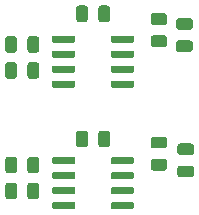
<source format=gbr>
G04 #@! TF.GenerationSoftware,KiCad,Pcbnew,(5.1.5)-3*
G04 #@! TF.CreationDate,2020-02-12T22:52:44+00:00*
G04 #@! TF.ProjectId,pmod-dualrs422,706d6f64-2d64-4756-916c-72733432322e,rev?*
G04 #@! TF.SameCoordinates,Original*
G04 #@! TF.FileFunction,Paste,Top*
G04 #@! TF.FilePolarity,Positive*
%FSLAX46Y46*%
G04 Gerber Fmt 4.6, Leading zero omitted, Abs format (unit mm)*
G04 Created by KiCad (PCBNEW (5.1.5)-3) date 2020-02-12 22:52:44*
%MOMM*%
%LPD*%
G04 APERTURE LIST*
%ADD10C,0.100000*%
G04 APERTURE END LIST*
D10*
G36*
X231850142Y-106501174D02*
G01*
X231873803Y-106504684D01*
X231897007Y-106510496D01*
X231919529Y-106518554D01*
X231941153Y-106528782D01*
X231961670Y-106541079D01*
X231980883Y-106555329D01*
X231998607Y-106571393D01*
X232014671Y-106589117D01*
X232028921Y-106608330D01*
X232041218Y-106628847D01*
X232051446Y-106650471D01*
X232059504Y-106672993D01*
X232065316Y-106696197D01*
X232068826Y-106719858D01*
X232070000Y-106743750D01*
X232070000Y-107656250D01*
X232068826Y-107680142D01*
X232065316Y-107703803D01*
X232059504Y-107727007D01*
X232051446Y-107749529D01*
X232041218Y-107771153D01*
X232028921Y-107791670D01*
X232014671Y-107810883D01*
X231998607Y-107828607D01*
X231980883Y-107844671D01*
X231961670Y-107858921D01*
X231941153Y-107871218D01*
X231919529Y-107881446D01*
X231897007Y-107889504D01*
X231873803Y-107895316D01*
X231850142Y-107898826D01*
X231826250Y-107900000D01*
X231338750Y-107900000D01*
X231314858Y-107898826D01*
X231291197Y-107895316D01*
X231267993Y-107889504D01*
X231245471Y-107881446D01*
X231223847Y-107871218D01*
X231203330Y-107858921D01*
X231184117Y-107844671D01*
X231166393Y-107828607D01*
X231150329Y-107810883D01*
X231136079Y-107791670D01*
X231123782Y-107771153D01*
X231113554Y-107749529D01*
X231105496Y-107727007D01*
X231099684Y-107703803D01*
X231096174Y-107680142D01*
X231095000Y-107656250D01*
X231095000Y-106743750D01*
X231096174Y-106719858D01*
X231099684Y-106696197D01*
X231105496Y-106672993D01*
X231113554Y-106650471D01*
X231123782Y-106628847D01*
X231136079Y-106608330D01*
X231150329Y-106589117D01*
X231166393Y-106571393D01*
X231184117Y-106555329D01*
X231203330Y-106541079D01*
X231223847Y-106528782D01*
X231245471Y-106518554D01*
X231267993Y-106510496D01*
X231291197Y-106504684D01*
X231314858Y-106501174D01*
X231338750Y-106500000D01*
X231826250Y-106500000D01*
X231850142Y-106501174D01*
G37*
G36*
X229975142Y-106501174D02*
G01*
X229998803Y-106504684D01*
X230022007Y-106510496D01*
X230044529Y-106518554D01*
X230066153Y-106528782D01*
X230086670Y-106541079D01*
X230105883Y-106555329D01*
X230123607Y-106571393D01*
X230139671Y-106589117D01*
X230153921Y-106608330D01*
X230166218Y-106628847D01*
X230176446Y-106650471D01*
X230184504Y-106672993D01*
X230190316Y-106696197D01*
X230193826Y-106719858D01*
X230195000Y-106743750D01*
X230195000Y-107656250D01*
X230193826Y-107680142D01*
X230190316Y-107703803D01*
X230184504Y-107727007D01*
X230176446Y-107749529D01*
X230166218Y-107771153D01*
X230153921Y-107791670D01*
X230139671Y-107810883D01*
X230123607Y-107828607D01*
X230105883Y-107844671D01*
X230086670Y-107858921D01*
X230066153Y-107871218D01*
X230044529Y-107881446D01*
X230022007Y-107889504D01*
X229998803Y-107895316D01*
X229975142Y-107898826D01*
X229951250Y-107900000D01*
X229463750Y-107900000D01*
X229439858Y-107898826D01*
X229416197Y-107895316D01*
X229392993Y-107889504D01*
X229370471Y-107881446D01*
X229348847Y-107871218D01*
X229328330Y-107858921D01*
X229309117Y-107844671D01*
X229291393Y-107828607D01*
X229275329Y-107810883D01*
X229261079Y-107791670D01*
X229248782Y-107771153D01*
X229238554Y-107749529D01*
X229230496Y-107727007D01*
X229224684Y-107703803D01*
X229221174Y-107680142D01*
X229220000Y-107656250D01*
X229220000Y-106743750D01*
X229221174Y-106719858D01*
X229224684Y-106696197D01*
X229230496Y-106672993D01*
X229238554Y-106650471D01*
X229248782Y-106628847D01*
X229261079Y-106608330D01*
X229275329Y-106589117D01*
X229291393Y-106571393D01*
X229309117Y-106555329D01*
X229328330Y-106541079D01*
X229348847Y-106528782D01*
X229370471Y-106518554D01*
X229392993Y-106510496D01*
X229416197Y-106504684D01*
X229439858Y-106501174D01*
X229463750Y-106500000D01*
X229951250Y-106500000D01*
X229975142Y-106501174D01*
G37*
G36*
X223975142Y-121501174D02*
G01*
X223998803Y-121504684D01*
X224022007Y-121510496D01*
X224044529Y-121518554D01*
X224066153Y-121528782D01*
X224086670Y-121541079D01*
X224105883Y-121555329D01*
X224123607Y-121571393D01*
X224139671Y-121589117D01*
X224153921Y-121608330D01*
X224166218Y-121628847D01*
X224176446Y-121650471D01*
X224184504Y-121672993D01*
X224190316Y-121696197D01*
X224193826Y-121719858D01*
X224195000Y-121743750D01*
X224195000Y-122656250D01*
X224193826Y-122680142D01*
X224190316Y-122703803D01*
X224184504Y-122727007D01*
X224176446Y-122749529D01*
X224166218Y-122771153D01*
X224153921Y-122791670D01*
X224139671Y-122810883D01*
X224123607Y-122828607D01*
X224105883Y-122844671D01*
X224086670Y-122858921D01*
X224066153Y-122871218D01*
X224044529Y-122881446D01*
X224022007Y-122889504D01*
X223998803Y-122895316D01*
X223975142Y-122898826D01*
X223951250Y-122900000D01*
X223463750Y-122900000D01*
X223439858Y-122898826D01*
X223416197Y-122895316D01*
X223392993Y-122889504D01*
X223370471Y-122881446D01*
X223348847Y-122871218D01*
X223328330Y-122858921D01*
X223309117Y-122844671D01*
X223291393Y-122828607D01*
X223275329Y-122810883D01*
X223261079Y-122791670D01*
X223248782Y-122771153D01*
X223238554Y-122749529D01*
X223230496Y-122727007D01*
X223224684Y-122703803D01*
X223221174Y-122680142D01*
X223220000Y-122656250D01*
X223220000Y-121743750D01*
X223221174Y-121719858D01*
X223224684Y-121696197D01*
X223230496Y-121672993D01*
X223238554Y-121650471D01*
X223248782Y-121628847D01*
X223261079Y-121608330D01*
X223275329Y-121589117D01*
X223291393Y-121571393D01*
X223309117Y-121555329D01*
X223328330Y-121541079D01*
X223348847Y-121528782D01*
X223370471Y-121518554D01*
X223392993Y-121510496D01*
X223416197Y-121504684D01*
X223439858Y-121501174D01*
X223463750Y-121500000D01*
X223951250Y-121500000D01*
X223975142Y-121501174D01*
G37*
G36*
X225850142Y-121501174D02*
G01*
X225873803Y-121504684D01*
X225897007Y-121510496D01*
X225919529Y-121518554D01*
X225941153Y-121528782D01*
X225961670Y-121541079D01*
X225980883Y-121555329D01*
X225998607Y-121571393D01*
X226014671Y-121589117D01*
X226028921Y-121608330D01*
X226041218Y-121628847D01*
X226051446Y-121650471D01*
X226059504Y-121672993D01*
X226065316Y-121696197D01*
X226068826Y-121719858D01*
X226070000Y-121743750D01*
X226070000Y-122656250D01*
X226068826Y-122680142D01*
X226065316Y-122703803D01*
X226059504Y-122727007D01*
X226051446Y-122749529D01*
X226041218Y-122771153D01*
X226028921Y-122791670D01*
X226014671Y-122810883D01*
X225998607Y-122828607D01*
X225980883Y-122844671D01*
X225961670Y-122858921D01*
X225941153Y-122871218D01*
X225919529Y-122881446D01*
X225897007Y-122889504D01*
X225873803Y-122895316D01*
X225850142Y-122898826D01*
X225826250Y-122900000D01*
X225338750Y-122900000D01*
X225314858Y-122898826D01*
X225291197Y-122895316D01*
X225267993Y-122889504D01*
X225245471Y-122881446D01*
X225223847Y-122871218D01*
X225203330Y-122858921D01*
X225184117Y-122844671D01*
X225166393Y-122828607D01*
X225150329Y-122810883D01*
X225136079Y-122791670D01*
X225123782Y-122771153D01*
X225113554Y-122749529D01*
X225105496Y-122727007D01*
X225099684Y-122703803D01*
X225096174Y-122680142D01*
X225095000Y-122656250D01*
X225095000Y-121743750D01*
X225096174Y-121719858D01*
X225099684Y-121696197D01*
X225105496Y-121672993D01*
X225113554Y-121650471D01*
X225123782Y-121628847D01*
X225136079Y-121608330D01*
X225150329Y-121589117D01*
X225166393Y-121571393D01*
X225184117Y-121555329D01*
X225203330Y-121541079D01*
X225223847Y-121528782D01*
X225245471Y-121518554D01*
X225267993Y-121510496D01*
X225291197Y-121504684D01*
X225314858Y-121501174D01*
X225338750Y-121500000D01*
X225826250Y-121500000D01*
X225850142Y-121501174D01*
G37*
G36*
X223975142Y-119301174D02*
G01*
X223998803Y-119304684D01*
X224022007Y-119310496D01*
X224044529Y-119318554D01*
X224066153Y-119328782D01*
X224086670Y-119341079D01*
X224105883Y-119355329D01*
X224123607Y-119371393D01*
X224139671Y-119389117D01*
X224153921Y-119408330D01*
X224166218Y-119428847D01*
X224176446Y-119450471D01*
X224184504Y-119472993D01*
X224190316Y-119496197D01*
X224193826Y-119519858D01*
X224195000Y-119543750D01*
X224195000Y-120456250D01*
X224193826Y-120480142D01*
X224190316Y-120503803D01*
X224184504Y-120527007D01*
X224176446Y-120549529D01*
X224166218Y-120571153D01*
X224153921Y-120591670D01*
X224139671Y-120610883D01*
X224123607Y-120628607D01*
X224105883Y-120644671D01*
X224086670Y-120658921D01*
X224066153Y-120671218D01*
X224044529Y-120681446D01*
X224022007Y-120689504D01*
X223998803Y-120695316D01*
X223975142Y-120698826D01*
X223951250Y-120700000D01*
X223463750Y-120700000D01*
X223439858Y-120698826D01*
X223416197Y-120695316D01*
X223392993Y-120689504D01*
X223370471Y-120681446D01*
X223348847Y-120671218D01*
X223328330Y-120658921D01*
X223309117Y-120644671D01*
X223291393Y-120628607D01*
X223275329Y-120610883D01*
X223261079Y-120591670D01*
X223248782Y-120571153D01*
X223238554Y-120549529D01*
X223230496Y-120527007D01*
X223224684Y-120503803D01*
X223221174Y-120480142D01*
X223220000Y-120456250D01*
X223220000Y-119543750D01*
X223221174Y-119519858D01*
X223224684Y-119496197D01*
X223230496Y-119472993D01*
X223238554Y-119450471D01*
X223248782Y-119428847D01*
X223261079Y-119408330D01*
X223275329Y-119389117D01*
X223291393Y-119371393D01*
X223309117Y-119355329D01*
X223328330Y-119341079D01*
X223348847Y-119328782D01*
X223370471Y-119318554D01*
X223392993Y-119310496D01*
X223416197Y-119304684D01*
X223439858Y-119301174D01*
X223463750Y-119300000D01*
X223951250Y-119300000D01*
X223975142Y-119301174D01*
G37*
G36*
X225850142Y-119301174D02*
G01*
X225873803Y-119304684D01*
X225897007Y-119310496D01*
X225919529Y-119318554D01*
X225941153Y-119328782D01*
X225961670Y-119341079D01*
X225980883Y-119355329D01*
X225998607Y-119371393D01*
X226014671Y-119389117D01*
X226028921Y-119408330D01*
X226041218Y-119428847D01*
X226051446Y-119450471D01*
X226059504Y-119472993D01*
X226065316Y-119496197D01*
X226068826Y-119519858D01*
X226070000Y-119543750D01*
X226070000Y-120456250D01*
X226068826Y-120480142D01*
X226065316Y-120503803D01*
X226059504Y-120527007D01*
X226051446Y-120549529D01*
X226041218Y-120571153D01*
X226028921Y-120591670D01*
X226014671Y-120610883D01*
X225998607Y-120628607D01*
X225980883Y-120644671D01*
X225961670Y-120658921D01*
X225941153Y-120671218D01*
X225919529Y-120681446D01*
X225897007Y-120689504D01*
X225873803Y-120695316D01*
X225850142Y-120698826D01*
X225826250Y-120700000D01*
X225338750Y-120700000D01*
X225314858Y-120698826D01*
X225291197Y-120695316D01*
X225267993Y-120689504D01*
X225245471Y-120681446D01*
X225223847Y-120671218D01*
X225203330Y-120658921D01*
X225184117Y-120644671D01*
X225166393Y-120628607D01*
X225150329Y-120610883D01*
X225136079Y-120591670D01*
X225123782Y-120571153D01*
X225113554Y-120549529D01*
X225105496Y-120527007D01*
X225099684Y-120503803D01*
X225096174Y-120480142D01*
X225095000Y-120456250D01*
X225095000Y-119543750D01*
X225096174Y-119519858D01*
X225099684Y-119496197D01*
X225105496Y-119472993D01*
X225113554Y-119450471D01*
X225123782Y-119428847D01*
X225136079Y-119408330D01*
X225150329Y-119389117D01*
X225166393Y-119371393D01*
X225184117Y-119355329D01*
X225203330Y-119341079D01*
X225223847Y-119328782D01*
X225245471Y-119318554D01*
X225267993Y-119310496D01*
X225291197Y-119304684D01*
X225314858Y-119301174D01*
X225338750Y-119300000D01*
X225826250Y-119300000D01*
X225850142Y-119301174D01*
G37*
G36*
X223975142Y-111301174D02*
G01*
X223998803Y-111304684D01*
X224022007Y-111310496D01*
X224044529Y-111318554D01*
X224066153Y-111328782D01*
X224086670Y-111341079D01*
X224105883Y-111355329D01*
X224123607Y-111371393D01*
X224139671Y-111389117D01*
X224153921Y-111408330D01*
X224166218Y-111428847D01*
X224176446Y-111450471D01*
X224184504Y-111472993D01*
X224190316Y-111496197D01*
X224193826Y-111519858D01*
X224195000Y-111543750D01*
X224195000Y-112456250D01*
X224193826Y-112480142D01*
X224190316Y-112503803D01*
X224184504Y-112527007D01*
X224176446Y-112549529D01*
X224166218Y-112571153D01*
X224153921Y-112591670D01*
X224139671Y-112610883D01*
X224123607Y-112628607D01*
X224105883Y-112644671D01*
X224086670Y-112658921D01*
X224066153Y-112671218D01*
X224044529Y-112681446D01*
X224022007Y-112689504D01*
X223998803Y-112695316D01*
X223975142Y-112698826D01*
X223951250Y-112700000D01*
X223463750Y-112700000D01*
X223439858Y-112698826D01*
X223416197Y-112695316D01*
X223392993Y-112689504D01*
X223370471Y-112681446D01*
X223348847Y-112671218D01*
X223328330Y-112658921D01*
X223309117Y-112644671D01*
X223291393Y-112628607D01*
X223275329Y-112610883D01*
X223261079Y-112591670D01*
X223248782Y-112571153D01*
X223238554Y-112549529D01*
X223230496Y-112527007D01*
X223224684Y-112503803D01*
X223221174Y-112480142D01*
X223220000Y-112456250D01*
X223220000Y-111543750D01*
X223221174Y-111519858D01*
X223224684Y-111496197D01*
X223230496Y-111472993D01*
X223238554Y-111450471D01*
X223248782Y-111428847D01*
X223261079Y-111408330D01*
X223275329Y-111389117D01*
X223291393Y-111371393D01*
X223309117Y-111355329D01*
X223328330Y-111341079D01*
X223348847Y-111328782D01*
X223370471Y-111318554D01*
X223392993Y-111310496D01*
X223416197Y-111304684D01*
X223439858Y-111301174D01*
X223463750Y-111300000D01*
X223951250Y-111300000D01*
X223975142Y-111301174D01*
G37*
G36*
X225850142Y-111301174D02*
G01*
X225873803Y-111304684D01*
X225897007Y-111310496D01*
X225919529Y-111318554D01*
X225941153Y-111328782D01*
X225961670Y-111341079D01*
X225980883Y-111355329D01*
X225998607Y-111371393D01*
X226014671Y-111389117D01*
X226028921Y-111408330D01*
X226041218Y-111428847D01*
X226051446Y-111450471D01*
X226059504Y-111472993D01*
X226065316Y-111496197D01*
X226068826Y-111519858D01*
X226070000Y-111543750D01*
X226070000Y-112456250D01*
X226068826Y-112480142D01*
X226065316Y-112503803D01*
X226059504Y-112527007D01*
X226051446Y-112549529D01*
X226041218Y-112571153D01*
X226028921Y-112591670D01*
X226014671Y-112610883D01*
X225998607Y-112628607D01*
X225980883Y-112644671D01*
X225961670Y-112658921D01*
X225941153Y-112671218D01*
X225919529Y-112681446D01*
X225897007Y-112689504D01*
X225873803Y-112695316D01*
X225850142Y-112698826D01*
X225826250Y-112700000D01*
X225338750Y-112700000D01*
X225314858Y-112698826D01*
X225291197Y-112695316D01*
X225267993Y-112689504D01*
X225245471Y-112681446D01*
X225223847Y-112671218D01*
X225203330Y-112658921D01*
X225184117Y-112644671D01*
X225166393Y-112628607D01*
X225150329Y-112610883D01*
X225136079Y-112591670D01*
X225123782Y-112571153D01*
X225113554Y-112549529D01*
X225105496Y-112527007D01*
X225099684Y-112503803D01*
X225096174Y-112480142D01*
X225095000Y-112456250D01*
X225095000Y-111543750D01*
X225096174Y-111519858D01*
X225099684Y-111496197D01*
X225105496Y-111472993D01*
X225113554Y-111450471D01*
X225123782Y-111428847D01*
X225136079Y-111408330D01*
X225150329Y-111389117D01*
X225166393Y-111371393D01*
X225184117Y-111355329D01*
X225203330Y-111341079D01*
X225223847Y-111328782D01*
X225245471Y-111318554D01*
X225267993Y-111310496D01*
X225291197Y-111304684D01*
X225314858Y-111301174D01*
X225338750Y-111300000D01*
X225826250Y-111300000D01*
X225850142Y-111301174D01*
G37*
G36*
X223975142Y-109101174D02*
G01*
X223998803Y-109104684D01*
X224022007Y-109110496D01*
X224044529Y-109118554D01*
X224066153Y-109128782D01*
X224086670Y-109141079D01*
X224105883Y-109155329D01*
X224123607Y-109171393D01*
X224139671Y-109189117D01*
X224153921Y-109208330D01*
X224166218Y-109228847D01*
X224176446Y-109250471D01*
X224184504Y-109272993D01*
X224190316Y-109296197D01*
X224193826Y-109319858D01*
X224195000Y-109343750D01*
X224195000Y-110256250D01*
X224193826Y-110280142D01*
X224190316Y-110303803D01*
X224184504Y-110327007D01*
X224176446Y-110349529D01*
X224166218Y-110371153D01*
X224153921Y-110391670D01*
X224139671Y-110410883D01*
X224123607Y-110428607D01*
X224105883Y-110444671D01*
X224086670Y-110458921D01*
X224066153Y-110471218D01*
X224044529Y-110481446D01*
X224022007Y-110489504D01*
X223998803Y-110495316D01*
X223975142Y-110498826D01*
X223951250Y-110500000D01*
X223463750Y-110500000D01*
X223439858Y-110498826D01*
X223416197Y-110495316D01*
X223392993Y-110489504D01*
X223370471Y-110481446D01*
X223348847Y-110471218D01*
X223328330Y-110458921D01*
X223309117Y-110444671D01*
X223291393Y-110428607D01*
X223275329Y-110410883D01*
X223261079Y-110391670D01*
X223248782Y-110371153D01*
X223238554Y-110349529D01*
X223230496Y-110327007D01*
X223224684Y-110303803D01*
X223221174Y-110280142D01*
X223220000Y-110256250D01*
X223220000Y-109343750D01*
X223221174Y-109319858D01*
X223224684Y-109296197D01*
X223230496Y-109272993D01*
X223238554Y-109250471D01*
X223248782Y-109228847D01*
X223261079Y-109208330D01*
X223275329Y-109189117D01*
X223291393Y-109171393D01*
X223309117Y-109155329D01*
X223328330Y-109141079D01*
X223348847Y-109128782D01*
X223370471Y-109118554D01*
X223392993Y-109110496D01*
X223416197Y-109104684D01*
X223439858Y-109101174D01*
X223463750Y-109100000D01*
X223951250Y-109100000D01*
X223975142Y-109101174D01*
G37*
G36*
X225850142Y-109101174D02*
G01*
X225873803Y-109104684D01*
X225897007Y-109110496D01*
X225919529Y-109118554D01*
X225941153Y-109128782D01*
X225961670Y-109141079D01*
X225980883Y-109155329D01*
X225998607Y-109171393D01*
X226014671Y-109189117D01*
X226028921Y-109208330D01*
X226041218Y-109228847D01*
X226051446Y-109250471D01*
X226059504Y-109272993D01*
X226065316Y-109296197D01*
X226068826Y-109319858D01*
X226070000Y-109343750D01*
X226070000Y-110256250D01*
X226068826Y-110280142D01*
X226065316Y-110303803D01*
X226059504Y-110327007D01*
X226051446Y-110349529D01*
X226041218Y-110371153D01*
X226028921Y-110391670D01*
X226014671Y-110410883D01*
X225998607Y-110428607D01*
X225980883Y-110444671D01*
X225961670Y-110458921D01*
X225941153Y-110471218D01*
X225919529Y-110481446D01*
X225897007Y-110489504D01*
X225873803Y-110495316D01*
X225850142Y-110498826D01*
X225826250Y-110500000D01*
X225338750Y-110500000D01*
X225314858Y-110498826D01*
X225291197Y-110495316D01*
X225267993Y-110489504D01*
X225245471Y-110481446D01*
X225223847Y-110471218D01*
X225203330Y-110458921D01*
X225184117Y-110444671D01*
X225166393Y-110428607D01*
X225150329Y-110410883D01*
X225136079Y-110391670D01*
X225123782Y-110371153D01*
X225113554Y-110349529D01*
X225105496Y-110327007D01*
X225099684Y-110303803D01*
X225096174Y-110280142D01*
X225095000Y-110256250D01*
X225095000Y-109343750D01*
X225096174Y-109319858D01*
X225099684Y-109296197D01*
X225105496Y-109272993D01*
X225113554Y-109250471D01*
X225123782Y-109228847D01*
X225136079Y-109208330D01*
X225150329Y-109189117D01*
X225166393Y-109171393D01*
X225184117Y-109155329D01*
X225203330Y-109141079D01*
X225223847Y-109128782D01*
X225245471Y-109118554D01*
X225267993Y-109110496D01*
X225291197Y-109104684D01*
X225314858Y-109101174D01*
X225338750Y-109100000D01*
X225826250Y-109100000D01*
X225850142Y-109101174D01*
G37*
G36*
X233959703Y-119345722D02*
G01*
X233974264Y-119347882D01*
X233988543Y-119351459D01*
X234002403Y-119356418D01*
X234015710Y-119362712D01*
X234028336Y-119370280D01*
X234040159Y-119379048D01*
X234051066Y-119388934D01*
X234060952Y-119399841D01*
X234069720Y-119411664D01*
X234077288Y-119424290D01*
X234083582Y-119437597D01*
X234088541Y-119451457D01*
X234092118Y-119465736D01*
X234094278Y-119480297D01*
X234095000Y-119495000D01*
X234095000Y-119795000D01*
X234094278Y-119809703D01*
X234092118Y-119824264D01*
X234088541Y-119838543D01*
X234083582Y-119852403D01*
X234077288Y-119865710D01*
X234069720Y-119878336D01*
X234060952Y-119890159D01*
X234051066Y-119901066D01*
X234040159Y-119910952D01*
X234028336Y-119919720D01*
X234015710Y-119927288D01*
X234002403Y-119933582D01*
X233988543Y-119938541D01*
X233974264Y-119942118D01*
X233959703Y-119944278D01*
X233945000Y-119945000D01*
X232295000Y-119945000D01*
X232280297Y-119944278D01*
X232265736Y-119942118D01*
X232251457Y-119938541D01*
X232237597Y-119933582D01*
X232224290Y-119927288D01*
X232211664Y-119919720D01*
X232199841Y-119910952D01*
X232188934Y-119901066D01*
X232179048Y-119890159D01*
X232170280Y-119878336D01*
X232162712Y-119865710D01*
X232156418Y-119852403D01*
X232151459Y-119838543D01*
X232147882Y-119824264D01*
X232145722Y-119809703D01*
X232145000Y-119795000D01*
X232145000Y-119495000D01*
X232145722Y-119480297D01*
X232147882Y-119465736D01*
X232151459Y-119451457D01*
X232156418Y-119437597D01*
X232162712Y-119424290D01*
X232170280Y-119411664D01*
X232179048Y-119399841D01*
X232188934Y-119388934D01*
X232199841Y-119379048D01*
X232211664Y-119370280D01*
X232224290Y-119362712D01*
X232237597Y-119356418D01*
X232251457Y-119351459D01*
X232265736Y-119347882D01*
X232280297Y-119345722D01*
X232295000Y-119345000D01*
X233945000Y-119345000D01*
X233959703Y-119345722D01*
G37*
G36*
X233959703Y-120615722D02*
G01*
X233974264Y-120617882D01*
X233988543Y-120621459D01*
X234002403Y-120626418D01*
X234015710Y-120632712D01*
X234028336Y-120640280D01*
X234040159Y-120649048D01*
X234051066Y-120658934D01*
X234060952Y-120669841D01*
X234069720Y-120681664D01*
X234077288Y-120694290D01*
X234083582Y-120707597D01*
X234088541Y-120721457D01*
X234092118Y-120735736D01*
X234094278Y-120750297D01*
X234095000Y-120765000D01*
X234095000Y-121065000D01*
X234094278Y-121079703D01*
X234092118Y-121094264D01*
X234088541Y-121108543D01*
X234083582Y-121122403D01*
X234077288Y-121135710D01*
X234069720Y-121148336D01*
X234060952Y-121160159D01*
X234051066Y-121171066D01*
X234040159Y-121180952D01*
X234028336Y-121189720D01*
X234015710Y-121197288D01*
X234002403Y-121203582D01*
X233988543Y-121208541D01*
X233974264Y-121212118D01*
X233959703Y-121214278D01*
X233945000Y-121215000D01*
X232295000Y-121215000D01*
X232280297Y-121214278D01*
X232265736Y-121212118D01*
X232251457Y-121208541D01*
X232237597Y-121203582D01*
X232224290Y-121197288D01*
X232211664Y-121189720D01*
X232199841Y-121180952D01*
X232188934Y-121171066D01*
X232179048Y-121160159D01*
X232170280Y-121148336D01*
X232162712Y-121135710D01*
X232156418Y-121122403D01*
X232151459Y-121108543D01*
X232147882Y-121094264D01*
X232145722Y-121079703D01*
X232145000Y-121065000D01*
X232145000Y-120765000D01*
X232145722Y-120750297D01*
X232147882Y-120735736D01*
X232151459Y-120721457D01*
X232156418Y-120707597D01*
X232162712Y-120694290D01*
X232170280Y-120681664D01*
X232179048Y-120669841D01*
X232188934Y-120658934D01*
X232199841Y-120649048D01*
X232211664Y-120640280D01*
X232224290Y-120632712D01*
X232237597Y-120626418D01*
X232251457Y-120621459D01*
X232265736Y-120617882D01*
X232280297Y-120615722D01*
X232295000Y-120615000D01*
X233945000Y-120615000D01*
X233959703Y-120615722D01*
G37*
G36*
X233959703Y-121885722D02*
G01*
X233974264Y-121887882D01*
X233988543Y-121891459D01*
X234002403Y-121896418D01*
X234015710Y-121902712D01*
X234028336Y-121910280D01*
X234040159Y-121919048D01*
X234051066Y-121928934D01*
X234060952Y-121939841D01*
X234069720Y-121951664D01*
X234077288Y-121964290D01*
X234083582Y-121977597D01*
X234088541Y-121991457D01*
X234092118Y-122005736D01*
X234094278Y-122020297D01*
X234095000Y-122035000D01*
X234095000Y-122335000D01*
X234094278Y-122349703D01*
X234092118Y-122364264D01*
X234088541Y-122378543D01*
X234083582Y-122392403D01*
X234077288Y-122405710D01*
X234069720Y-122418336D01*
X234060952Y-122430159D01*
X234051066Y-122441066D01*
X234040159Y-122450952D01*
X234028336Y-122459720D01*
X234015710Y-122467288D01*
X234002403Y-122473582D01*
X233988543Y-122478541D01*
X233974264Y-122482118D01*
X233959703Y-122484278D01*
X233945000Y-122485000D01*
X232295000Y-122485000D01*
X232280297Y-122484278D01*
X232265736Y-122482118D01*
X232251457Y-122478541D01*
X232237597Y-122473582D01*
X232224290Y-122467288D01*
X232211664Y-122459720D01*
X232199841Y-122450952D01*
X232188934Y-122441066D01*
X232179048Y-122430159D01*
X232170280Y-122418336D01*
X232162712Y-122405710D01*
X232156418Y-122392403D01*
X232151459Y-122378543D01*
X232147882Y-122364264D01*
X232145722Y-122349703D01*
X232145000Y-122335000D01*
X232145000Y-122035000D01*
X232145722Y-122020297D01*
X232147882Y-122005736D01*
X232151459Y-121991457D01*
X232156418Y-121977597D01*
X232162712Y-121964290D01*
X232170280Y-121951664D01*
X232179048Y-121939841D01*
X232188934Y-121928934D01*
X232199841Y-121919048D01*
X232211664Y-121910280D01*
X232224290Y-121902712D01*
X232237597Y-121896418D01*
X232251457Y-121891459D01*
X232265736Y-121887882D01*
X232280297Y-121885722D01*
X232295000Y-121885000D01*
X233945000Y-121885000D01*
X233959703Y-121885722D01*
G37*
G36*
X233959703Y-123155722D02*
G01*
X233974264Y-123157882D01*
X233988543Y-123161459D01*
X234002403Y-123166418D01*
X234015710Y-123172712D01*
X234028336Y-123180280D01*
X234040159Y-123189048D01*
X234051066Y-123198934D01*
X234060952Y-123209841D01*
X234069720Y-123221664D01*
X234077288Y-123234290D01*
X234083582Y-123247597D01*
X234088541Y-123261457D01*
X234092118Y-123275736D01*
X234094278Y-123290297D01*
X234095000Y-123305000D01*
X234095000Y-123605000D01*
X234094278Y-123619703D01*
X234092118Y-123634264D01*
X234088541Y-123648543D01*
X234083582Y-123662403D01*
X234077288Y-123675710D01*
X234069720Y-123688336D01*
X234060952Y-123700159D01*
X234051066Y-123711066D01*
X234040159Y-123720952D01*
X234028336Y-123729720D01*
X234015710Y-123737288D01*
X234002403Y-123743582D01*
X233988543Y-123748541D01*
X233974264Y-123752118D01*
X233959703Y-123754278D01*
X233945000Y-123755000D01*
X232295000Y-123755000D01*
X232280297Y-123754278D01*
X232265736Y-123752118D01*
X232251457Y-123748541D01*
X232237597Y-123743582D01*
X232224290Y-123737288D01*
X232211664Y-123729720D01*
X232199841Y-123720952D01*
X232188934Y-123711066D01*
X232179048Y-123700159D01*
X232170280Y-123688336D01*
X232162712Y-123675710D01*
X232156418Y-123662403D01*
X232151459Y-123648543D01*
X232147882Y-123634264D01*
X232145722Y-123619703D01*
X232145000Y-123605000D01*
X232145000Y-123305000D01*
X232145722Y-123290297D01*
X232147882Y-123275736D01*
X232151459Y-123261457D01*
X232156418Y-123247597D01*
X232162712Y-123234290D01*
X232170280Y-123221664D01*
X232179048Y-123209841D01*
X232188934Y-123198934D01*
X232199841Y-123189048D01*
X232211664Y-123180280D01*
X232224290Y-123172712D01*
X232237597Y-123166418D01*
X232251457Y-123161459D01*
X232265736Y-123157882D01*
X232280297Y-123155722D01*
X232295000Y-123155000D01*
X233945000Y-123155000D01*
X233959703Y-123155722D01*
G37*
G36*
X229009703Y-123155722D02*
G01*
X229024264Y-123157882D01*
X229038543Y-123161459D01*
X229052403Y-123166418D01*
X229065710Y-123172712D01*
X229078336Y-123180280D01*
X229090159Y-123189048D01*
X229101066Y-123198934D01*
X229110952Y-123209841D01*
X229119720Y-123221664D01*
X229127288Y-123234290D01*
X229133582Y-123247597D01*
X229138541Y-123261457D01*
X229142118Y-123275736D01*
X229144278Y-123290297D01*
X229145000Y-123305000D01*
X229145000Y-123605000D01*
X229144278Y-123619703D01*
X229142118Y-123634264D01*
X229138541Y-123648543D01*
X229133582Y-123662403D01*
X229127288Y-123675710D01*
X229119720Y-123688336D01*
X229110952Y-123700159D01*
X229101066Y-123711066D01*
X229090159Y-123720952D01*
X229078336Y-123729720D01*
X229065710Y-123737288D01*
X229052403Y-123743582D01*
X229038543Y-123748541D01*
X229024264Y-123752118D01*
X229009703Y-123754278D01*
X228995000Y-123755000D01*
X227345000Y-123755000D01*
X227330297Y-123754278D01*
X227315736Y-123752118D01*
X227301457Y-123748541D01*
X227287597Y-123743582D01*
X227274290Y-123737288D01*
X227261664Y-123729720D01*
X227249841Y-123720952D01*
X227238934Y-123711066D01*
X227229048Y-123700159D01*
X227220280Y-123688336D01*
X227212712Y-123675710D01*
X227206418Y-123662403D01*
X227201459Y-123648543D01*
X227197882Y-123634264D01*
X227195722Y-123619703D01*
X227195000Y-123605000D01*
X227195000Y-123305000D01*
X227195722Y-123290297D01*
X227197882Y-123275736D01*
X227201459Y-123261457D01*
X227206418Y-123247597D01*
X227212712Y-123234290D01*
X227220280Y-123221664D01*
X227229048Y-123209841D01*
X227238934Y-123198934D01*
X227249841Y-123189048D01*
X227261664Y-123180280D01*
X227274290Y-123172712D01*
X227287597Y-123166418D01*
X227301457Y-123161459D01*
X227315736Y-123157882D01*
X227330297Y-123155722D01*
X227345000Y-123155000D01*
X228995000Y-123155000D01*
X229009703Y-123155722D01*
G37*
G36*
X229009703Y-121885722D02*
G01*
X229024264Y-121887882D01*
X229038543Y-121891459D01*
X229052403Y-121896418D01*
X229065710Y-121902712D01*
X229078336Y-121910280D01*
X229090159Y-121919048D01*
X229101066Y-121928934D01*
X229110952Y-121939841D01*
X229119720Y-121951664D01*
X229127288Y-121964290D01*
X229133582Y-121977597D01*
X229138541Y-121991457D01*
X229142118Y-122005736D01*
X229144278Y-122020297D01*
X229145000Y-122035000D01*
X229145000Y-122335000D01*
X229144278Y-122349703D01*
X229142118Y-122364264D01*
X229138541Y-122378543D01*
X229133582Y-122392403D01*
X229127288Y-122405710D01*
X229119720Y-122418336D01*
X229110952Y-122430159D01*
X229101066Y-122441066D01*
X229090159Y-122450952D01*
X229078336Y-122459720D01*
X229065710Y-122467288D01*
X229052403Y-122473582D01*
X229038543Y-122478541D01*
X229024264Y-122482118D01*
X229009703Y-122484278D01*
X228995000Y-122485000D01*
X227345000Y-122485000D01*
X227330297Y-122484278D01*
X227315736Y-122482118D01*
X227301457Y-122478541D01*
X227287597Y-122473582D01*
X227274290Y-122467288D01*
X227261664Y-122459720D01*
X227249841Y-122450952D01*
X227238934Y-122441066D01*
X227229048Y-122430159D01*
X227220280Y-122418336D01*
X227212712Y-122405710D01*
X227206418Y-122392403D01*
X227201459Y-122378543D01*
X227197882Y-122364264D01*
X227195722Y-122349703D01*
X227195000Y-122335000D01*
X227195000Y-122035000D01*
X227195722Y-122020297D01*
X227197882Y-122005736D01*
X227201459Y-121991457D01*
X227206418Y-121977597D01*
X227212712Y-121964290D01*
X227220280Y-121951664D01*
X227229048Y-121939841D01*
X227238934Y-121928934D01*
X227249841Y-121919048D01*
X227261664Y-121910280D01*
X227274290Y-121902712D01*
X227287597Y-121896418D01*
X227301457Y-121891459D01*
X227315736Y-121887882D01*
X227330297Y-121885722D01*
X227345000Y-121885000D01*
X228995000Y-121885000D01*
X229009703Y-121885722D01*
G37*
G36*
X229009703Y-120615722D02*
G01*
X229024264Y-120617882D01*
X229038543Y-120621459D01*
X229052403Y-120626418D01*
X229065710Y-120632712D01*
X229078336Y-120640280D01*
X229090159Y-120649048D01*
X229101066Y-120658934D01*
X229110952Y-120669841D01*
X229119720Y-120681664D01*
X229127288Y-120694290D01*
X229133582Y-120707597D01*
X229138541Y-120721457D01*
X229142118Y-120735736D01*
X229144278Y-120750297D01*
X229145000Y-120765000D01*
X229145000Y-121065000D01*
X229144278Y-121079703D01*
X229142118Y-121094264D01*
X229138541Y-121108543D01*
X229133582Y-121122403D01*
X229127288Y-121135710D01*
X229119720Y-121148336D01*
X229110952Y-121160159D01*
X229101066Y-121171066D01*
X229090159Y-121180952D01*
X229078336Y-121189720D01*
X229065710Y-121197288D01*
X229052403Y-121203582D01*
X229038543Y-121208541D01*
X229024264Y-121212118D01*
X229009703Y-121214278D01*
X228995000Y-121215000D01*
X227345000Y-121215000D01*
X227330297Y-121214278D01*
X227315736Y-121212118D01*
X227301457Y-121208541D01*
X227287597Y-121203582D01*
X227274290Y-121197288D01*
X227261664Y-121189720D01*
X227249841Y-121180952D01*
X227238934Y-121171066D01*
X227229048Y-121160159D01*
X227220280Y-121148336D01*
X227212712Y-121135710D01*
X227206418Y-121122403D01*
X227201459Y-121108543D01*
X227197882Y-121094264D01*
X227195722Y-121079703D01*
X227195000Y-121065000D01*
X227195000Y-120765000D01*
X227195722Y-120750297D01*
X227197882Y-120735736D01*
X227201459Y-120721457D01*
X227206418Y-120707597D01*
X227212712Y-120694290D01*
X227220280Y-120681664D01*
X227229048Y-120669841D01*
X227238934Y-120658934D01*
X227249841Y-120649048D01*
X227261664Y-120640280D01*
X227274290Y-120632712D01*
X227287597Y-120626418D01*
X227301457Y-120621459D01*
X227315736Y-120617882D01*
X227330297Y-120615722D01*
X227345000Y-120615000D01*
X228995000Y-120615000D01*
X229009703Y-120615722D01*
G37*
G36*
X229009703Y-119345722D02*
G01*
X229024264Y-119347882D01*
X229038543Y-119351459D01*
X229052403Y-119356418D01*
X229065710Y-119362712D01*
X229078336Y-119370280D01*
X229090159Y-119379048D01*
X229101066Y-119388934D01*
X229110952Y-119399841D01*
X229119720Y-119411664D01*
X229127288Y-119424290D01*
X229133582Y-119437597D01*
X229138541Y-119451457D01*
X229142118Y-119465736D01*
X229144278Y-119480297D01*
X229145000Y-119495000D01*
X229145000Y-119795000D01*
X229144278Y-119809703D01*
X229142118Y-119824264D01*
X229138541Y-119838543D01*
X229133582Y-119852403D01*
X229127288Y-119865710D01*
X229119720Y-119878336D01*
X229110952Y-119890159D01*
X229101066Y-119901066D01*
X229090159Y-119910952D01*
X229078336Y-119919720D01*
X229065710Y-119927288D01*
X229052403Y-119933582D01*
X229038543Y-119938541D01*
X229024264Y-119942118D01*
X229009703Y-119944278D01*
X228995000Y-119945000D01*
X227345000Y-119945000D01*
X227330297Y-119944278D01*
X227315736Y-119942118D01*
X227301457Y-119938541D01*
X227287597Y-119933582D01*
X227274290Y-119927288D01*
X227261664Y-119919720D01*
X227249841Y-119910952D01*
X227238934Y-119901066D01*
X227229048Y-119890159D01*
X227220280Y-119878336D01*
X227212712Y-119865710D01*
X227206418Y-119852403D01*
X227201459Y-119838543D01*
X227197882Y-119824264D01*
X227195722Y-119809703D01*
X227195000Y-119795000D01*
X227195000Y-119495000D01*
X227195722Y-119480297D01*
X227197882Y-119465736D01*
X227201459Y-119451457D01*
X227206418Y-119437597D01*
X227212712Y-119424290D01*
X227220280Y-119411664D01*
X227229048Y-119399841D01*
X227238934Y-119388934D01*
X227249841Y-119379048D01*
X227261664Y-119370280D01*
X227274290Y-119362712D01*
X227287597Y-119356418D01*
X227301457Y-119351459D01*
X227315736Y-119347882D01*
X227330297Y-119345722D01*
X227345000Y-119345000D01*
X228995000Y-119345000D01*
X229009703Y-119345722D01*
G37*
G36*
X233959703Y-109045722D02*
G01*
X233974264Y-109047882D01*
X233988543Y-109051459D01*
X234002403Y-109056418D01*
X234015710Y-109062712D01*
X234028336Y-109070280D01*
X234040159Y-109079048D01*
X234051066Y-109088934D01*
X234060952Y-109099841D01*
X234069720Y-109111664D01*
X234077288Y-109124290D01*
X234083582Y-109137597D01*
X234088541Y-109151457D01*
X234092118Y-109165736D01*
X234094278Y-109180297D01*
X234095000Y-109195000D01*
X234095000Y-109495000D01*
X234094278Y-109509703D01*
X234092118Y-109524264D01*
X234088541Y-109538543D01*
X234083582Y-109552403D01*
X234077288Y-109565710D01*
X234069720Y-109578336D01*
X234060952Y-109590159D01*
X234051066Y-109601066D01*
X234040159Y-109610952D01*
X234028336Y-109619720D01*
X234015710Y-109627288D01*
X234002403Y-109633582D01*
X233988543Y-109638541D01*
X233974264Y-109642118D01*
X233959703Y-109644278D01*
X233945000Y-109645000D01*
X232295000Y-109645000D01*
X232280297Y-109644278D01*
X232265736Y-109642118D01*
X232251457Y-109638541D01*
X232237597Y-109633582D01*
X232224290Y-109627288D01*
X232211664Y-109619720D01*
X232199841Y-109610952D01*
X232188934Y-109601066D01*
X232179048Y-109590159D01*
X232170280Y-109578336D01*
X232162712Y-109565710D01*
X232156418Y-109552403D01*
X232151459Y-109538543D01*
X232147882Y-109524264D01*
X232145722Y-109509703D01*
X232145000Y-109495000D01*
X232145000Y-109195000D01*
X232145722Y-109180297D01*
X232147882Y-109165736D01*
X232151459Y-109151457D01*
X232156418Y-109137597D01*
X232162712Y-109124290D01*
X232170280Y-109111664D01*
X232179048Y-109099841D01*
X232188934Y-109088934D01*
X232199841Y-109079048D01*
X232211664Y-109070280D01*
X232224290Y-109062712D01*
X232237597Y-109056418D01*
X232251457Y-109051459D01*
X232265736Y-109047882D01*
X232280297Y-109045722D01*
X232295000Y-109045000D01*
X233945000Y-109045000D01*
X233959703Y-109045722D01*
G37*
G36*
X233959703Y-110315722D02*
G01*
X233974264Y-110317882D01*
X233988543Y-110321459D01*
X234002403Y-110326418D01*
X234015710Y-110332712D01*
X234028336Y-110340280D01*
X234040159Y-110349048D01*
X234051066Y-110358934D01*
X234060952Y-110369841D01*
X234069720Y-110381664D01*
X234077288Y-110394290D01*
X234083582Y-110407597D01*
X234088541Y-110421457D01*
X234092118Y-110435736D01*
X234094278Y-110450297D01*
X234095000Y-110465000D01*
X234095000Y-110765000D01*
X234094278Y-110779703D01*
X234092118Y-110794264D01*
X234088541Y-110808543D01*
X234083582Y-110822403D01*
X234077288Y-110835710D01*
X234069720Y-110848336D01*
X234060952Y-110860159D01*
X234051066Y-110871066D01*
X234040159Y-110880952D01*
X234028336Y-110889720D01*
X234015710Y-110897288D01*
X234002403Y-110903582D01*
X233988543Y-110908541D01*
X233974264Y-110912118D01*
X233959703Y-110914278D01*
X233945000Y-110915000D01*
X232295000Y-110915000D01*
X232280297Y-110914278D01*
X232265736Y-110912118D01*
X232251457Y-110908541D01*
X232237597Y-110903582D01*
X232224290Y-110897288D01*
X232211664Y-110889720D01*
X232199841Y-110880952D01*
X232188934Y-110871066D01*
X232179048Y-110860159D01*
X232170280Y-110848336D01*
X232162712Y-110835710D01*
X232156418Y-110822403D01*
X232151459Y-110808543D01*
X232147882Y-110794264D01*
X232145722Y-110779703D01*
X232145000Y-110765000D01*
X232145000Y-110465000D01*
X232145722Y-110450297D01*
X232147882Y-110435736D01*
X232151459Y-110421457D01*
X232156418Y-110407597D01*
X232162712Y-110394290D01*
X232170280Y-110381664D01*
X232179048Y-110369841D01*
X232188934Y-110358934D01*
X232199841Y-110349048D01*
X232211664Y-110340280D01*
X232224290Y-110332712D01*
X232237597Y-110326418D01*
X232251457Y-110321459D01*
X232265736Y-110317882D01*
X232280297Y-110315722D01*
X232295000Y-110315000D01*
X233945000Y-110315000D01*
X233959703Y-110315722D01*
G37*
G36*
X233959703Y-111585722D02*
G01*
X233974264Y-111587882D01*
X233988543Y-111591459D01*
X234002403Y-111596418D01*
X234015710Y-111602712D01*
X234028336Y-111610280D01*
X234040159Y-111619048D01*
X234051066Y-111628934D01*
X234060952Y-111639841D01*
X234069720Y-111651664D01*
X234077288Y-111664290D01*
X234083582Y-111677597D01*
X234088541Y-111691457D01*
X234092118Y-111705736D01*
X234094278Y-111720297D01*
X234095000Y-111735000D01*
X234095000Y-112035000D01*
X234094278Y-112049703D01*
X234092118Y-112064264D01*
X234088541Y-112078543D01*
X234083582Y-112092403D01*
X234077288Y-112105710D01*
X234069720Y-112118336D01*
X234060952Y-112130159D01*
X234051066Y-112141066D01*
X234040159Y-112150952D01*
X234028336Y-112159720D01*
X234015710Y-112167288D01*
X234002403Y-112173582D01*
X233988543Y-112178541D01*
X233974264Y-112182118D01*
X233959703Y-112184278D01*
X233945000Y-112185000D01*
X232295000Y-112185000D01*
X232280297Y-112184278D01*
X232265736Y-112182118D01*
X232251457Y-112178541D01*
X232237597Y-112173582D01*
X232224290Y-112167288D01*
X232211664Y-112159720D01*
X232199841Y-112150952D01*
X232188934Y-112141066D01*
X232179048Y-112130159D01*
X232170280Y-112118336D01*
X232162712Y-112105710D01*
X232156418Y-112092403D01*
X232151459Y-112078543D01*
X232147882Y-112064264D01*
X232145722Y-112049703D01*
X232145000Y-112035000D01*
X232145000Y-111735000D01*
X232145722Y-111720297D01*
X232147882Y-111705736D01*
X232151459Y-111691457D01*
X232156418Y-111677597D01*
X232162712Y-111664290D01*
X232170280Y-111651664D01*
X232179048Y-111639841D01*
X232188934Y-111628934D01*
X232199841Y-111619048D01*
X232211664Y-111610280D01*
X232224290Y-111602712D01*
X232237597Y-111596418D01*
X232251457Y-111591459D01*
X232265736Y-111587882D01*
X232280297Y-111585722D01*
X232295000Y-111585000D01*
X233945000Y-111585000D01*
X233959703Y-111585722D01*
G37*
G36*
X233959703Y-112855722D02*
G01*
X233974264Y-112857882D01*
X233988543Y-112861459D01*
X234002403Y-112866418D01*
X234015710Y-112872712D01*
X234028336Y-112880280D01*
X234040159Y-112889048D01*
X234051066Y-112898934D01*
X234060952Y-112909841D01*
X234069720Y-112921664D01*
X234077288Y-112934290D01*
X234083582Y-112947597D01*
X234088541Y-112961457D01*
X234092118Y-112975736D01*
X234094278Y-112990297D01*
X234095000Y-113005000D01*
X234095000Y-113305000D01*
X234094278Y-113319703D01*
X234092118Y-113334264D01*
X234088541Y-113348543D01*
X234083582Y-113362403D01*
X234077288Y-113375710D01*
X234069720Y-113388336D01*
X234060952Y-113400159D01*
X234051066Y-113411066D01*
X234040159Y-113420952D01*
X234028336Y-113429720D01*
X234015710Y-113437288D01*
X234002403Y-113443582D01*
X233988543Y-113448541D01*
X233974264Y-113452118D01*
X233959703Y-113454278D01*
X233945000Y-113455000D01*
X232295000Y-113455000D01*
X232280297Y-113454278D01*
X232265736Y-113452118D01*
X232251457Y-113448541D01*
X232237597Y-113443582D01*
X232224290Y-113437288D01*
X232211664Y-113429720D01*
X232199841Y-113420952D01*
X232188934Y-113411066D01*
X232179048Y-113400159D01*
X232170280Y-113388336D01*
X232162712Y-113375710D01*
X232156418Y-113362403D01*
X232151459Y-113348543D01*
X232147882Y-113334264D01*
X232145722Y-113319703D01*
X232145000Y-113305000D01*
X232145000Y-113005000D01*
X232145722Y-112990297D01*
X232147882Y-112975736D01*
X232151459Y-112961457D01*
X232156418Y-112947597D01*
X232162712Y-112934290D01*
X232170280Y-112921664D01*
X232179048Y-112909841D01*
X232188934Y-112898934D01*
X232199841Y-112889048D01*
X232211664Y-112880280D01*
X232224290Y-112872712D01*
X232237597Y-112866418D01*
X232251457Y-112861459D01*
X232265736Y-112857882D01*
X232280297Y-112855722D01*
X232295000Y-112855000D01*
X233945000Y-112855000D01*
X233959703Y-112855722D01*
G37*
G36*
X229009703Y-112855722D02*
G01*
X229024264Y-112857882D01*
X229038543Y-112861459D01*
X229052403Y-112866418D01*
X229065710Y-112872712D01*
X229078336Y-112880280D01*
X229090159Y-112889048D01*
X229101066Y-112898934D01*
X229110952Y-112909841D01*
X229119720Y-112921664D01*
X229127288Y-112934290D01*
X229133582Y-112947597D01*
X229138541Y-112961457D01*
X229142118Y-112975736D01*
X229144278Y-112990297D01*
X229145000Y-113005000D01*
X229145000Y-113305000D01*
X229144278Y-113319703D01*
X229142118Y-113334264D01*
X229138541Y-113348543D01*
X229133582Y-113362403D01*
X229127288Y-113375710D01*
X229119720Y-113388336D01*
X229110952Y-113400159D01*
X229101066Y-113411066D01*
X229090159Y-113420952D01*
X229078336Y-113429720D01*
X229065710Y-113437288D01*
X229052403Y-113443582D01*
X229038543Y-113448541D01*
X229024264Y-113452118D01*
X229009703Y-113454278D01*
X228995000Y-113455000D01*
X227345000Y-113455000D01*
X227330297Y-113454278D01*
X227315736Y-113452118D01*
X227301457Y-113448541D01*
X227287597Y-113443582D01*
X227274290Y-113437288D01*
X227261664Y-113429720D01*
X227249841Y-113420952D01*
X227238934Y-113411066D01*
X227229048Y-113400159D01*
X227220280Y-113388336D01*
X227212712Y-113375710D01*
X227206418Y-113362403D01*
X227201459Y-113348543D01*
X227197882Y-113334264D01*
X227195722Y-113319703D01*
X227195000Y-113305000D01*
X227195000Y-113005000D01*
X227195722Y-112990297D01*
X227197882Y-112975736D01*
X227201459Y-112961457D01*
X227206418Y-112947597D01*
X227212712Y-112934290D01*
X227220280Y-112921664D01*
X227229048Y-112909841D01*
X227238934Y-112898934D01*
X227249841Y-112889048D01*
X227261664Y-112880280D01*
X227274290Y-112872712D01*
X227287597Y-112866418D01*
X227301457Y-112861459D01*
X227315736Y-112857882D01*
X227330297Y-112855722D01*
X227345000Y-112855000D01*
X228995000Y-112855000D01*
X229009703Y-112855722D01*
G37*
G36*
X229009703Y-111585722D02*
G01*
X229024264Y-111587882D01*
X229038543Y-111591459D01*
X229052403Y-111596418D01*
X229065710Y-111602712D01*
X229078336Y-111610280D01*
X229090159Y-111619048D01*
X229101066Y-111628934D01*
X229110952Y-111639841D01*
X229119720Y-111651664D01*
X229127288Y-111664290D01*
X229133582Y-111677597D01*
X229138541Y-111691457D01*
X229142118Y-111705736D01*
X229144278Y-111720297D01*
X229145000Y-111735000D01*
X229145000Y-112035000D01*
X229144278Y-112049703D01*
X229142118Y-112064264D01*
X229138541Y-112078543D01*
X229133582Y-112092403D01*
X229127288Y-112105710D01*
X229119720Y-112118336D01*
X229110952Y-112130159D01*
X229101066Y-112141066D01*
X229090159Y-112150952D01*
X229078336Y-112159720D01*
X229065710Y-112167288D01*
X229052403Y-112173582D01*
X229038543Y-112178541D01*
X229024264Y-112182118D01*
X229009703Y-112184278D01*
X228995000Y-112185000D01*
X227345000Y-112185000D01*
X227330297Y-112184278D01*
X227315736Y-112182118D01*
X227301457Y-112178541D01*
X227287597Y-112173582D01*
X227274290Y-112167288D01*
X227261664Y-112159720D01*
X227249841Y-112150952D01*
X227238934Y-112141066D01*
X227229048Y-112130159D01*
X227220280Y-112118336D01*
X227212712Y-112105710D01*
X227206418Y-112092403D01*
X227201459Y-112078543D01*
X227197882Y-112064264D01*
X227195722Y-112049703D01*
X227195000Y-112035000D01*
X227195000Y-111735000D01*
X227195722Y-111720297D01*
X227197882Y-111705736D01*
X227201459Y-111691457D01*
X227206418Y-111677597D01*
X227212712Y-111664290D01*
X227220280Y-111651664D01*
X227229048Y-111639841D01*
X227238934Y-111628934D01*
X227249841Y-111619048D01*
X227261664Y-111610280D01*
X227274290Y-111602712D01*
X227287597Y-111596418D01*
X227301457Y-111591459D01*
X227315736Y-111587882D01*
X227330297Y-111585722D01*
X227345000Y-111585000D01*
X228995000Y-111585000D01*
X229009703Y-111585722D01*
G37*
G36*
X229009703Y-110315722D02*
G01*
X229024264Y-110317882D01*
X229038543Y-110321459D01*
X229052403Y-110326418D01*
X229065710Y-110332712D01*
X229078336Y-110340280D01*
X229090159Y-110349048D01*
X229101066Y-110358934D01*
X229110952Y-110369841D01*
X229119720Y-110381664D01*
X229127288Y-110394290D01*
X229133582Y-110407597D01*
X229138541Y-110421457D01*
X229142118Y-110435736D01*
X229144278Y-110450297D01*
X229145000Y-110465000D01*
X229145000Y-110765000D01*
X229144278Y-110779703D01*
X229142118Y-110794264D01*
X229138541Y-110808543D01*
X229133582Y-110822403D01*
X229127288Y-110835710D01*
X229119720Y-110848336D01*
X229110952Y-110860159D01*
X229101066Y-110871066D01*
X229090159Y-110880952D01*
X229078336Y-110889720D01*
X229065710Y-110897288D01*
X229052403Y-110903582D01*
X229038543Y-110908541D01*
X229024264Y-110912118D01*
X229009703Y-110914278D01*
X228995000Y-110915000D01*
X227345000Y-110915000D01*
X227330297Y-110914278D01*
X227315736Y-110912118D01*
X227301457Y-110908541D01*
X227287597Y-110903582D01*
X227274290Y-110897288D01*
X227261664Y-110889720D01*
X227249841Y-110880952D01*
X227238934Y-110871066D01*
X227229048Y-110860159D01*
X227220280Y-110848336D01*
X227212712Y-110835710D01*
X227206418Y-110822403D01*
X227201459Y-110808543D01*
X227197882Y-110794264D01*
X227195722Y-110779703D01*
X227195000Y-110765000D01*
X227195000Y-110465000D01*
X227195722Y-110450297D01*
X227197882Y-110435736D01*
X227201459Y-110421457D01*
X227206418Y-110407597D01*
X227212712Y-110394290D01*
X227220280Y-110381664D01*
X227229048Y-110369841D01*
X227238934Y-110358934D01*
X227249841Y-110349048D01*
X227261664Y-110340280D01*
X227274290Y-110332712D01*
X227287597Y-110326418D01*
X227301457Y-110321459D01*
X227315736Y-110317882D01*
X227330297Y-110315722D01*
X227345000Y-110315000D01*
X228995000Y-110315000D01*
X229009703Y-110315722D01*
G37*
G36*
X229009703Y-109045722D02*
G01*
X229024264Y-109047882D01*
X229038543Y-109051459D01*
X229052403Y-109056418D01*
X229065710Y-109062712D01*
X229078336Y-109070280D01*
X229090159Y-109079048D01*
X229101066Y-109088934D01*
X229110952Y-109099841D01*
X229119720Y-109111664D01*
X229127288Y-109124290D01*
X229133582Y-109137597D01*
X229138541Y-109151457D01*
X229142118Y-109165736D01*
X229144278Y-109180297D01*
X229145000Y-109195000D01*
X229145000Y-109495000D01*
X229144278Y-109509703D01*
X229142118Y-109524264D01*
X229138541Y-109538543D01*
X229133582Y-109552403D01*
X229127288Y-109565710D01*
X229119720Y-109578336D01*
X229110952Y-109590159D01*
X229101066Y-109601066D01*
X229090159Y-109610952D01*
X229078336Y-109619720D01*
X229065710Y-109627288D01*
X229052403Y-109633582D01*
X229038543Y-109638541D01*
X229024264Y-109642118D01*
X229009703Y-109644278D01*
X228995000Y-109645000D01*
X227345000Y-109645000D01*
X227330297Y-109644278D01*
X227315736Y-109642118D01*
X227301457Y-109638541D01*
X227287597Y-109633582D01*
X227274290Y-109627288D01*
X227261664Y-109619720D01*
X227249841Y-109610952D01*
X227238934Y-109601066D01*
X227229048Y-109590159D01*
X227220280Y-109578336D01*
X227212712Y-109565710D01*
X227206418Y-109552403D01*
X227201459Y-109538543D01*
X227197882Y-109524264D01*
X227195722Y-109509703D01*
X227195000Y-109495000D01*
X227195000Y-109195000D01*
X227195722Y-109180297D01*
X227197882Y-109165736D01*
X227201459Y-109151457D01*
X227206418Y-109137597D01*
X227212712Y-109124290D01*
X227220280Y-109111664D01*
X227229048Y-109099841D01*
X227238934Y-109088934D01*
X227249841Y-109079048D01*
X227261664Y-109070280D01*
X227274290Y-109062712D01*
X227287597Y-109056418D01*
X227301457Y-109051459D01*
X227315736Y-109047882D01*
X227330297Y-109045722D01*
X227345000Y-109045000D01*
X228995000Y-109045000D01*
X229009703Y-109045722D01*
G37*
G36*
X236700142Y-119498674D02*
G01*
X236723803Y-119502184D01*
X236747007Y-119507996D01*
X236769529Y-119516054D01*
X236791153Y-119526282D01*
X236811670Y-119538579D01*
X236830883Y-119552829D01*
X236848607Y-119568893D01*
X236864671Y-119586617D01*
X236878921Y-119605830D01*
X236891218Y-119626347D01*
X236901446Y-119647971D01*
X236909504Y-119670493D01*
X236915316Y-119693697D01*
X236918826Y-119717358D01*
X236920000Y-119741250D01*
X236920000Y-120228750D01*
X236918826Y-120252642D01*
X236915316Y-120276303D01*
X236909504Y-120299507D01*
X236901446Y-120322029D01*
X236891218Y-120343653D01*
X236878921Y-120364170D01*
X236864671Y-120383383D01*
X236848607Y-120401107D01*
X236830883Y-120417171D01*
X236811670Y-120431421D01*
X236791153Y-120443718D01*
X236769529Y-120453946D01*
X236747007Y-120462004D01*
X236723803Y-120467816D01*
X236700142Y-120471326D01*
X236676250Y-120472500D01*
X235763750Y-120472500D01*
X235739858Y-120471326D01*
X235716197Y-120467816D01*
X235692993Y-120462004D01*
X235670471Y-120453946D01*
X235648847Y-120443718D01*
X235628330Y-120431421D01*
X235609117Y-120417171D01*
X235591393Y-120401107D01*
X235575329Y-120383383D01*
X235561079Y-120364170D01*
X235548782Y-120343653D01*
X235538554Y-120322029D01*
X235530496Y-120299507D01*
X235524684Y-120276303D01*
X235521174Y-120252642D01*
X235520000Y-120228750D01*
X235520000Y-119741250D01*
X235521174Y-119717358D01*
X235524684Y-119693697D01*
X235530496Y-119670493D01*
X235538554Y-119647971D01*
X235548782Y-119626347D01*
X235561079Y-119605830D01*
X235575329Y-119586617D01*
X235591393Y-119568893D01*
X235609117Y-119552829D01*
X235628330Y-119538579D01*
X235648847Y-119526282D01*
X235670471Y-119516054D01*
X235692993Y-119507996D01*
X235716197Y-119502184D01*
X235739858Y-119498674D01*
X235763750Y-119497500D01*
X236676250Y-119497500D01*
X236700142Y-119498674D01*
G37*
G36*
X236700142Y-117623674D02*
G01*
X236723803Y-117627184D01*
X236747007Y-117632996D01*
X236769529Y-117641054D01*
X236791153Y-117651282D01*
X236811670Y-117663579D01*
X236830883Y-117677829D01*
X236848607Y-117693893D01*
X236864671Y-117711617D01*
X236878921Y-117730830D01*
X236891218Y-117751347D01*
X236901446Y-117772971D01*
X236909504Y-117795493D01*
X236915316Y-117818697D01*
X236918826Y-117842358D01*
X236920000Y-117866250D01*
X236920000Y-118353750D01*
X236918826Y-118377642D01*
X236915316Y-118401303D01*
X236909504Y-118424507D01*
X236901446Y-118447029D01*
X236891218Y-118468653D01*
X236878921Y-118489170D01*
X236864671Y-118508383D01*
X236848607Y-118526107D01*
X236830883Y-118542171D01*
X236811670Y-118556421D01*
X236791153Y-118568718D01*
X236769529Y-118578946D01*
X236747007Y-118587004D01*
X236723803Y-118592816D01*
X236700142Y-118596326D01*
X236676250Y-118597500D01*
X235763750Y-118597500D01*
X235739858Y-118596326D01*
X235716197Y-118592816D01*
X235692993Y-118587004D01*
X235670471Y-118578946D01*
X235648847Y-118568718D01*
X235628330Y-118556421D01*
X235609117Y-118542171D01*
X235591393Y-118526107D01*
X235575329Y-118508383D01*
X235561079Y-118489170D01*
X235548782Y-118468653D01*
X235538554Y-118447029D01*
X235530496Y-118424507D01*
X235524684Y-118401303D01*
X235521174Y-118377642D01*
X235520000Y-118353750D01*
X235520000Y-117866250D01*
X235521174Y-117842358D01*
X235524684Y-117818697D01*
X235530496Y-117795493D01*
X235538554Y-117772971D01*
X235548782Y-117751347D01*
X235561079Y-117730830D01*
X235575329Y-117711617D01*
X235591393Y-117693893D01*
X235609117Y-117677829D01*
X235628330Y-117663579D01*
X235648847Y-117651282D01*
X235670471Y-117641054D01*
X235692993Y-117632996D01*
X235716197Y-117627184D01*
X235739858Y-117623674D01*
X235763750Y-117622500D01*
X236676250Y-117622500D01*
X236700142Y-117623674D01*
G37*
G36*
X236700142Y-109036174D02*
G01*
X236723803Y-109039684D01*
X236747007Y-109045496D01*
X236769529Y-109053554D01*
X236791153Y-109063782D01*
X236811670Y-109076079D01*
X236830883Y-109090329D01*
X236848607Y-109106393D01*
X236864671Y-109124117D01*
X236878921Y-109143330D01*
X236891218Y-109163847D01*
X236901446Y-109185471D01*
X236909504Y-109207993D01*
X236915316Y-109231197D01*
X236918826Y-109254858D01*
X236920000Y-109278750D01*
X236920000Y-109766250D01*
X236918826Y-109790142D01*
X236915316Y-109813803D01*
X236909504Y-109837007D01*
X236901446Y-109859529D01*
X236891218Y-109881153D01*
X236878921Y-109901670D01*
X236864671Y-109920883D01*
X236848607Y-109938607D01*
X236830883Y-109954671D01*
X236811670Y-109968921D01*
X236791153Y-109981218D01*
X236769529Y-109991446D01*
X236747007Y-109999504D01*
X236723803Y-110005316D01*
X236700142Y-110008826D01*
X236676250Y-110010000D01*
X235763750Y-110010000D01*
X235739858Y-110008826D01*
X235716197Y-110005316D01*
X235692993Y-109999504D01*
X235670471Y-109991446D01*
X235648847Y-109981218D01*
X235628330Y-109968921D01*
X235609117Y-109954671D01*
X235591393Y-109938607D01*
X235575329Y-109920883D01*
X235561079Y-109901670D01*
X235548782Y-109881153D01*
X235538554Y-109859529D01*
X235530496Y-109837007D01*
X235524684Y-109813803D01*
X235521174Y-109790142D01*
X235520000Y-109766250D01*
X235520000Y-109278750D01*
X235521174Y-109254858D01*
X235524684Y-109231197D01*
X235530496Y-109207993D01*
X235538554Y-109185471D01*
X235548782Y-109163847D01*
X235561079Y-109143330D01*
X235575329Y-109124117D01*
X235591393Y-109106393D01*
X235609117Y-109090329D01*
X235628330Y-109076079D01*
X235648847Y-109063782D01*
X235670471Y-109053554D01*
X235692993Y-109045496D01*
X235716197Y-109039684D01*
X235739858Y-109036174D01*
X235763750Y-109035000D01*
X236676250Y-109035000D01*
X236700142Y-109036174D01*
G37*
G36*
X236700142Y-107161174D02*
G01*
X236723803Y-107164684D01*
X236747007Y-107170496D01*
X236769529Y-107178554D01*
X236791153Y-107188782D01*
X236811670Y-107201079D01*
X236830883Y-107215329D01*
X236848607Y-107231393D01*
X236864671Y-107249117D01*
X236878921Y-107268330D01*
X236891218Y-107288847D01*
X236901446Y-107310471D01*
X236909504Y-107332993D01*
X236915316Y-107356197D01*
X236918826Y-107379858D01*
X236920000Y-107403750D01*
X236920000Y-107891250D01*
X236918826Y-107915142D01*
X236915316Y-107938803D01*
X236909504Y-107962007D01*
X236901446Y-107984529D01*
X236891218Y-108006153D01*
X236878921Y-108026670D01*
X236864671Y-108045883D01*
X236848607Y-108063607D01*
X236830883Y-108079671D01*
X236811670Y-108093921D01*
X236791153Y-108106218D01*
X236769529Y-108116446D01*
X236747007Y-108124504D01*
X236723803Y-108130316D01*
X236700142Y-108133826D01*
X236676250Y-108135000D01*
X235763750Y-108135000D01*
X235739858Y-108133826D01*
X235716197Y-108130316D01*
X235692993Y-108124504D01*
X235670471Y-108116446D01*
X235648847Y-108106218D01*
X235628330Y-108093921D01*
X235609117Y-108079671D01*
X235591393Y-108063607D01*
X235575329Y-108045883D01*
X235561079Y-108026670D01*
X235548782Y-108006153D01*
X235538554Y-107984529D01*
X235530496Y-107962007D01*
X235524684Y-107938803D01*
X235521174Y-107915142D01*
X235520000Y-107891250D01*
X235520000Y-107403750D01*
X235521174Y-107379858D01*
X235524684Y-107356197D01*
X235530496Y-107332993D01*
X235538554Y-107310471D01*
X235548782Y-107288847D01*
X235561079Y-107268330D01*
X235575329Y-107249117D01*
X235591393Y-107231393D01*
X235609117Y-107215329D01*
X235628330Y-107201079D01*
X235648847Y-107188782D01*
X235670471Y-107178554D01*
X235692993Y-107170496D01*
X235716197Y-107164684D01*
X235739858Y-107161174D01*
X235763750Y-107160000D01*
X236676250Y-107160000D01*
X236700142Y-107161174D01*
G37*
G36*
X238960142Y-120058674D02*
G01*
X238983803Y-120062184D01*
X239007007Y-120067996D01*
X239029529Y-120076054D01*
X239051153Y-120086282D01*
X239071670Y-120098579D01*
X239090883Y-120112829D01*
X239108607Y-120128893D01*
X239124671Y-120146617D01*
X239138921Y-120165830D01*
X239151218Y-120186347D01*
X239161446Y-120207971D01*
X239169504Y-120230493D01*
X239175316Y-120253697D01*
X239178826Y-120277358D01*
X239180000Y-120301250D01*
X239180000Y-120788750D01*
X239178826Y-120812642D01*
X239175316Y-120836303D01*
X239169504Y-120859507D01*
X239161446Y-120882029D01*
X239151218Y-120903653D01*
X239138921Y-120924170D01*
X239124671Y-120943383D01*
X239108607Y-120961107D01*
X239090883Y-120977171D01*
X239071670Y-120991421D01*
X239051153Y-121003718D01*
X239029529Y-121013946D01*
X239007007Y-121022004D01*
X238983803Y-121027816D01*
X238960142Y-121031326D01*
X238936250Y-121032500D01*
X238023750Y-121032500D01*
X237999858Y-121031326D01*
X237976197Y-121027816D01*
X237952993Y-121022004D01*
X237930471Y-121013946D01*
X237908847Y-121003718D01*
X237888330Y-120991421D01*
X237869117Y-120977171D01*
X237851393Y-120961107D01*
X237835329Y-120943383D01*
X237821079Y-120924170D01*
X237808782Y-120903653D01*
X237798554Y-120882029D01*
X237790496Y-120859507D01*
X237784684Y-120836303D01*
X237781174Y-120812642D01*
X237780000Y-120788750D01*
X237780000Y-120301250D01*
X237781174Y-120277358D01*
X237784684Y-120253697D01*
X237790496Y-120230493D01*
X237798554Y-120207971D01*
X237808782Y-120186347D01*
X237821079Y-120165830D01*
X237835329Y-120146617D01*
X237851393Y-120128893D01*
X237869117Y-120112829D01*
X237888330Y-120098579D01*
X237908847Y-120086282D01*
X237930471Y-120076054D01*
X237952993Y-120067996D01*
X237976197Y-120062184D01*
X237999858Y-120058674D01*
X238023750Y-120057500D01*
X238936250Y-120057500D01*
X238960142Y-120058674D01*
G37*
G36*
X238960142Y-118183674D02*
G01*
X238983803Y-118187184D01*
X239007007Y-118192996D01*
X239029529Y-118201054D01*
X239051153Y-118211282D01*
X239071670Y-118223579D01*
X239090883Y-118237829D01*
X239108607Y-118253893D01*
X239124671Y-118271617D01*
X239138921Y-118290830D01*
X239151218Y-118311347D01*
X239161446Y-118332971D01*
X239169504Y-118355493D01*
X239175316Y-118378697D01*
X239178826Y-118402358D01*
X239180000Y-118426250D01*
X239180000Y-118913750D01*
X239178826Y-118937642D01*
X239175316Y-118961303D01*
X239169504Y-118984507D01*
X239161446Y-119007029D01*
X239151218Y-119028653D01*
X239138921Y-119049170D01*
X239124671Y-119068383D01*
X239108607Y-119086107D01*
X239090883Y-119102171D01*
X239071670Y-119116421D01*
X239051153Y-119128718D01*
X239029529Y-119138946D01*
X239007007Y-119147004D01*
X238983803Y-119152816D01*
X238960142Y-119156326D01*
X238936250Y-119157500D01*
X238023750Y-119157500D01*
X237999858Y-119156326D01*
X237976197Y-119152816D01*
X237952993Y-119147004D01*
X237930471Y-119138946D01*
X237908847Y-119128718D01*
X237888330Y-119116421D01*
X237869117Y-119102171D01*
X237851393Y-119086107D01*
X237835329Y-119068383D01*
X237821079Y-119049170D01*
X237808782Y-119028653D01*
X237798554Y-119007029D01*
X237790496Y-118984507D01*
X237784684Y-118961303D01*
X237781174Y-118937642D01*
X237780000Y-118913750D01*
X237780000Y-118426250D01*
X237781174Y-118402358D01*
X237784684Y-118378697D01*
X237790496Y-118355493D01*
X237798554Y-118332971D01*
X237808782Y-118311347D01*
X237821079Y-118290830D01*
X237835329Y-118271617D01*
X237851393Y-118253893D01*
X237869117Y-118237829D01*
X237888330Y-118223579D01*
X237908847Y-118211282D01*
X237930471Y-118201054D01*
X237952993Y-118192996D01*
X237976197Y-118187184D01*
X237999858Y-118183674D01*
X238023750Y-118182500D01*
X238936250Y-118182500D01*
X238960142Y-118183674D01*
G37*
G36*
X238860142Y-109458674D02*
G01*
X238883803Y-109462184D01*
X238907007Y-109467996D01*
X238929529Y-109476054D01*
X238951153Y-109486282D01*
X238971670Y-109498579D01*
X238990883Y-109512829D01*
X239008607Y-109528893D01*
X239024671Y-109546617D01*
X239038921Y-109565830D01*
X239051218Y-109586347D01*
X239061446Y-109607971D01*
X239069504Y-109630493D01*
X239075316Y-109653697D01*
X239078826Y-109677358D01*
X239080000Y-109701250D01*
X239080000Y-110188750D01*
X239078826Y-110212642D01*
X239075316Y-110236303D01*
X239069504Y-110259507D01*
X239061446Y-110282029D01*
X239051218Y-110303653D01*
X239038921Y-110324170D01*
X239024671Y-110343383D01*
X239008607Y-110361107D01*
X238990883Y-110377171D01*
X238971670Y-110391421D01*
X238951153Y-110403718D01*
X238929529Y-110413946D01*
X238907007Y-110422004D01*
X238883803Y-110427816D01*
X238860142Y-110431326D01*
X238836250Y-110432500D01*
X237923750Y-110432500D01*
X237899858Y-110431326D01*
X237876197Y-110427816D01*
X237852993Y-110422004D01*
X237830471Y-110413946D01*
X237808847Y-110403718D01*
X237788330Y-110391421D01*
X237769117Y-110377171D01*
X237751393Y-110361107D01*
X237735329Y-110343383D01*
X237721079Y-110324170D01*
X237708782Y-110303653D01*
X237698554Y-110282029D01*
X237690496Y-110259507D01*
X237684684Y-110236303D01*
X237681174Y-110212642D01*
X237680000Y-110188750D01*
X237680000Y-109701250D01*
X237681174Y-109677358D01*
X237684684Y-109653697D01*
X237690496Y-109630493D01*
X237698554Y-109607971D01*
X237708782Y-109586347D01*
X237721079Y-109565830D01*
X237735329Y-109546617D01*
X237751393Y-109528893D01*
X237769117Y-109512829D01*
X237788330Y-109498579D01*
X237808847Y-109486282D01*
X237830471Y-109476054D01*
X237852993Y-109467996D01*
X237876197Y-109462184D01*
X237899858Y-109458674D01*
X237923750Y-109457500D01*
X238836250Y-109457500D01*
X238860142Y-109458674D01*
G37*
G36*
X238860142Y-107583674D02*
G01*
X238883803Y-107587184D01*
X238907007Y-107592996D01*
X238929529Y-107601054D01*
X238951153Y-107611282D01*
X238971670Y-107623579D01*
X238990883Y-107637829D01*
X239008607Y-107653893D01*
X239024671Y-107671617D01*
X239038921Y-107690830D01*
X239051218Y-107711347D01*
X239061446Y-107732971D01*
X239069504Y-107755493D01*
X239075316Y-107778697D01*
X239078826Y-107802358D01*
X239080000Y-107826250D01*
X239080000Y-108313750D01*
X239078826Y-108337642D01*
X239075316Y-108361303D01*
X239069504Y-108384507D01*
X239061446Y-108407029D01*
X239051218Y-108428653D01*
X239038921Y-108449170D01*
X239024671Y-108468383D01*
X239008607Y-108486107D01*
X238990883Y-108502171D01*
X238971670Y-108516421D01*
X238951153Y-108528718D01*
X238929529Y-108538946D01*
X238907007Y-108547004D01*
X238883803Y-108552816D01*
X238860142Y-108556326D01*
X238836250Y-108557500D01*
X237923750Y-108557500D01*
X237899858Y-108556326D01*
X237876197Y-108552816D01*
X237852993Y-108547004D01*
X237830471Y-108538946D01*
X237808847Y-108528718D01*
X237788330Y-108516421D01*
X237769117Y-108502171D01*
X237751393Y-108486107D01*
X237735329Y-108468383D01*
X237721079Y-108449170D01*
X237708782Y-108428653D01*
X237698554Y-108407029D01*
X237690496Y-108384507D01*
X237684684Y-108361303D01*
X237681174Y-108337642D01*
X237680000Y-108313750D01*
X237680000Y-107826250D01*
X237681174Y-107802358D01*
X237684684Y-107778697D01*
X237690496Y-107755493D01*
X237698554Y-107732971D01*
X237708782Y-107711347D01*
X237721079Y-107690830D01*
X237735329Y-107671617D01*
X237751393Y-107653893D01*
X237769117Y-107637829D01*
X237788330Y-107623579D01*
X237808847Y-107611282D01*
X237830471Y-107601054D01*
X237852993Y-107592996D01*
X237876197Y-107587184D01*
X237899858Y-107583674D01*
X237923750Y-107582500D01*
X238836250Y-107582500D01*
X238860142Y-107583674D01*
G37*
G36*
X231850142Y-117101174D02*
G01*
X231873803Y-117104684D01*
X231897007Y-117110496D01*
X231919529Y-117118554D01*
X231941153Y-117128782D01*
X231961670Y-117141079D01*
X231980883Y-117155329D01*
X231998607Y-117171393D01*
X232014671Y-117189117D01*
X232028921Y-117208330D01*
X232041218Y-117228847D01*
X232051446Y-117250471D01*
X232059504Y-117272993D01*
X232065316Y-117296197D01*
X232068826Y-117319858D01*
X232070000Y-117343750D01*
X232070000Y-118256250D01*
X232068826Y-118280142D01*
X232065316Y-118303803D01*
X232059504Y-118327007D01*
X232051446Y-118349529D01*
X232041218Y-118371153D01*
X232028921Y-118391670D01*
X232014671Y-118410883D01*
X231998607Y-118428607D01*
X231980883Y-118444671D01*
X231961670Y-118458921D01*
X231941153Y-118471218D01*
X231919529Y-118481446D01*
X231897007Y-118489504D01*
X231873803Y-118495316D01*
X231850142Y-118498826D01*
X231826250Y-118500000D01*
X231338750Y-118500000D01*
X231314858Y-118498826D01*
X231291197Y-118495316D01*
X231267993Y-118489504D01*
X231245471Y-118481446D01*
X231223847Y-118471218D01*
X231203330Y-118458921D01*
X231184117Y-118444671D01*
X231166393Y-118428607D01*
X231150329Y-118410883D01*
X231136079Y-118391670D01*
X231123782Y-118371153D01*
X231113554Y-118349529D01*
X231105496Y-118327007D01*
X231099684Y-118303803D01*
X231096174Y-118280142D01*
X231095000Y-118256250D01*
X231095000Y-117343750D01*
X231096174Y-117319858D01*
X231099684Y-117296197D01*
X231105496Y-117272993D01*
X231113554Y-117250471D01*
X231123782Y-117228847D01*
X231136079Y-117208330D01*
X231150329Y-117189117D01*
X231166393Y-117171393D01*
X231184117Y-117155329D01*
X231203330Y-117141079D01*
X231223847Y-117128782D01*
X231245471Y-117118554D01*
X231267993Y-117110496D01*
X231291197Y-117104684D01*
X231314858Y-117101174D01*
X231338750Y-117100000D01*
X231826250Y-117100000D01*
X231850142Y-117101174D01*
G37*
G36*
X229975142Y-117101174D02*
G01*
X229998803Y-117104684D01*
X230022007Y-117110496D01*
X230044529Y-117118554D01*
X230066153Y-117128782D01*
X230086670Y-117141079D01*
X230105883Y-117155329D01*
X230123607Y-117171393D01*
X230139671Y-117189117D01*
X230153921Y-117208330D01*
X230166218Y-117228847D01*
X230176446Y-117250471D01*
X230184504Y-117272993D01*
X230190316Y-117296197D01*
X230193826Y-117319858D01*
X230195000Y-117343750D01*
X230195000Y-118256250D01*
X230193826Y-118280142D01*
X230190316Y-118303803D01*
X230184504Y-118327007D01*
X230176446Y-118349529D01*
X230166218Y-118371153D01*
X230153921Y-118391670D01*
X230139671Y-118410883D01*
X230123607Y-118428607D01*
X230105883Y-118444671D01*
X230086670Y-118458921D01*
X230066153Y-118471218D01*
X230044529Y-118481446D01*
X230022007Y-118489504D01*
X229998803Y-118495316D01*
X229975142Y-118498826D01*
X229951250Y-118500000D01*
X229463750Y-118500000D01*
X229439858Y-118498826D01*
X229416197Y-118495316D01*
X229392993Y-118489504D01*
X229370471Y-118481446D01*
X229348847Y-118471218D01*
X229328330Y-118458921D01*
X229309117Y-118444671D01*
X229291393Y-118428607D01*
X229275329Y-118410883D01*
X229261079Y-118391670D01*
X229248782Y-118371153D01*
X229238554Y-118349529D01*
X229230496Y-118327007D01*
X229224684Y-118303803D01*
X229221174Y-118280142D01*
X229220000Y-118256250D01*
X229220000Y-117343750D01*
X229221174Y-117319858D01*
X229224684Y-117296197D01*
X229230496Y-117272993D01*
X229238554Y-117250471D01*
X229248782Y-117228847D01*
X229261079Y-117208330D01*
X229275329Y-117189117D01*
X229291393Y-117171393D01*
X229309117Y-117155329D01*
X229328330Y-117141079D01*
X229348847Y-117128782D01*
X229370471Y-117118554D01*
X229392993Y-117110496D01*
X229416197Y-117104684D01*
X229439858Y-117101174D01*
X229463750Y-117100000D01*
X229951250Y-117100000D01*
X229975142Y-117101174D01*
G37*
M02*

</source>
